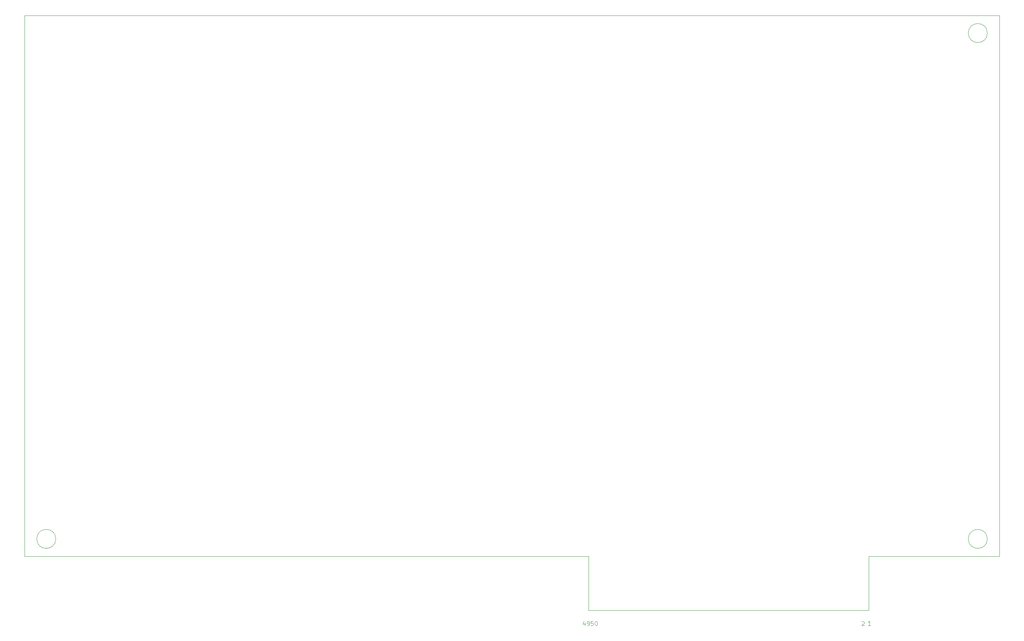
<source format=gbr>
G04 #@! TF.GenerationSoftware,KiCad,Pcbnew,5.1.8-5.1.8*
G04 #@! TF.CreationDate,2021-03-27T17:25:53-07:00*
G04 #@! TF.ProjectId,1066,31303636-2e6b-4696-9361-645f70636258,rev?*
G04 #@! TF.SameCoordinates,Original*
G04 #@! TF.FileFunction,Profile,NP*
%FSLAX46Y46*%
G04 Gerber Fmt 4.6, Leading zero omitted, Abs format (unit mm)*
G04 Created by KiCad (PCBNEW 5.1.8-5.1.8) date 2021-03-27 17:25:53*
%MOMM*%
%LPD*%
G01*
G04 APERTURE LIST*
G04 #@! TA.AperFunction,Profile*
%ADD10C,0.050000*%
G04 #@! TD*
%ADD11C,0.050000*%
G04 APERTURE END LIST*
D10*
X262790000Y-29810000D02*
G75*
G03*
X262790000Y-29810000I-2230120J0D01*
G01*
X262790120Y-148599880D02*
G75*
G03*
X262790120Y-148599880I-2230120J0D01*
G01*
X44350000Y-148600000D02*
G75*
G03*
X44350000Y-148600000I-2230120J0D01*
G01*
X265650000Y-25670000D02*
X37030000Y-25670000D01*
X265650000Y-152650000D02*
X265650000Y-25670000D01*
X234990000Y-152650000D02*
X265650000Y-152650000D01*
X234990000Y-165360000D02*
X234990000Y-152650000D01*
X169250000Y-165360000D02*
X234990000Y-165360000D01*
X169250000Y-152660000D02*
X169250000Y-165360000D01*
X37020000Y-152660000D02*
X169250000Y-152660000D01*
X37030000Y-25670000D02*
X37020000Y-152660000D01*
D11*
X235405714Y-168902380D02*
X234834285Y-168902380D01*
X235120000Y-168902380D02*
X235120000Y-167902380D01*
X235024761Y-168045238D01*
X234929523Y-168140476D01*
X234834285Y-168188095D01*
X168444285Y-168265714D02*
X168444285Y-168932380D01*
X168206190Y-167884761D02*
X167968095Y-168599047D01*
X168587142Y-168599047D01*
X169015714Y-168932380D02*
X169206190Y-168932380D01*
X169301428Y-168884761D01*
X169349047Y-168837142D01*
X169444285Y-168694285D01*
X169491904Y-168503809D01*
X169491904Y-168122857D01*
X169444285Y-168027619D01*
X169396666Y-167980000D01*
X169301428Y-167932380D01*
X169110952Y-167932380D01*
X169015714Y-167980000D01*
X168968095Y-168027619D01*
X168920476Y-168122857D01*
X168920476Y-168360952D01*
X168968095Y-168456190D01*
X169015714Y-168503809D01*
X169110952Y-168551428D01*
X169301428Y-168551428D01*
X169396666Y-168503809D01*
X169444285Y-168456190D01*
X169491904Y-168360952D01*
X233364285Y-168067619D02*
X233411904Y-168020000D01*
X233507142Y-167972380D01*
X233745238Y-167972380D01*
X233840476Y-168020000D01*
X233888095Y-168067619D01*
X233935714Y-168162857D01*
X233935714Y-168258095D01*
X233888095Y-168400952D01*
X233316666Y-168972380D01*
X233935714Y-168972380D01*
X170331904Y-167932380D02*
X169855714Y-167932380D01*
X169808095Y-168408571D01*
X169855714Y-168360952D01*
X169950952Y-168313333D01*
X170189047Y-168313333D01*
X170284285Y-168360952D01*
X170331904Y-168408571D01*
X170379523Y-168503809D01*
X170379523Y-168741904D01*
X170331904Y-168837142D01*
X170284285Y-168884761D01*
X170189047Y-168932380D01*
X169950952Y-168932380D01*
X169855714Y-168884761D01*
X169808095Y-168837142D01*
X170998571Y-167932380D02*
X171093809Y-167932380D01*
X171189047Y-167980000D01*
X171236666Y-168027619D01*
X171284285Y-168122857D01*
X171331904Y-168313333D01*
X171331904Y-168551428D01*
X171284285Y-168741904D01*
X171236666Y-168837142D01*
X171189047Y-168884761D01*
X171093809Y-168932380D01*
X170998571Y-168932380D01*
X170903333Y-168884761D01*
X170855714Y-168837142D01*
X170808095Y-168741904D01*
X170760476Y-168551428D01*
X170760476Y-168313333D01*
X170808095Y-168122857D01*
X170855714Y-168027619D01*
X170903333Y-167980000D01*
X170998571Y-167932380D01*
M02*

</source>
